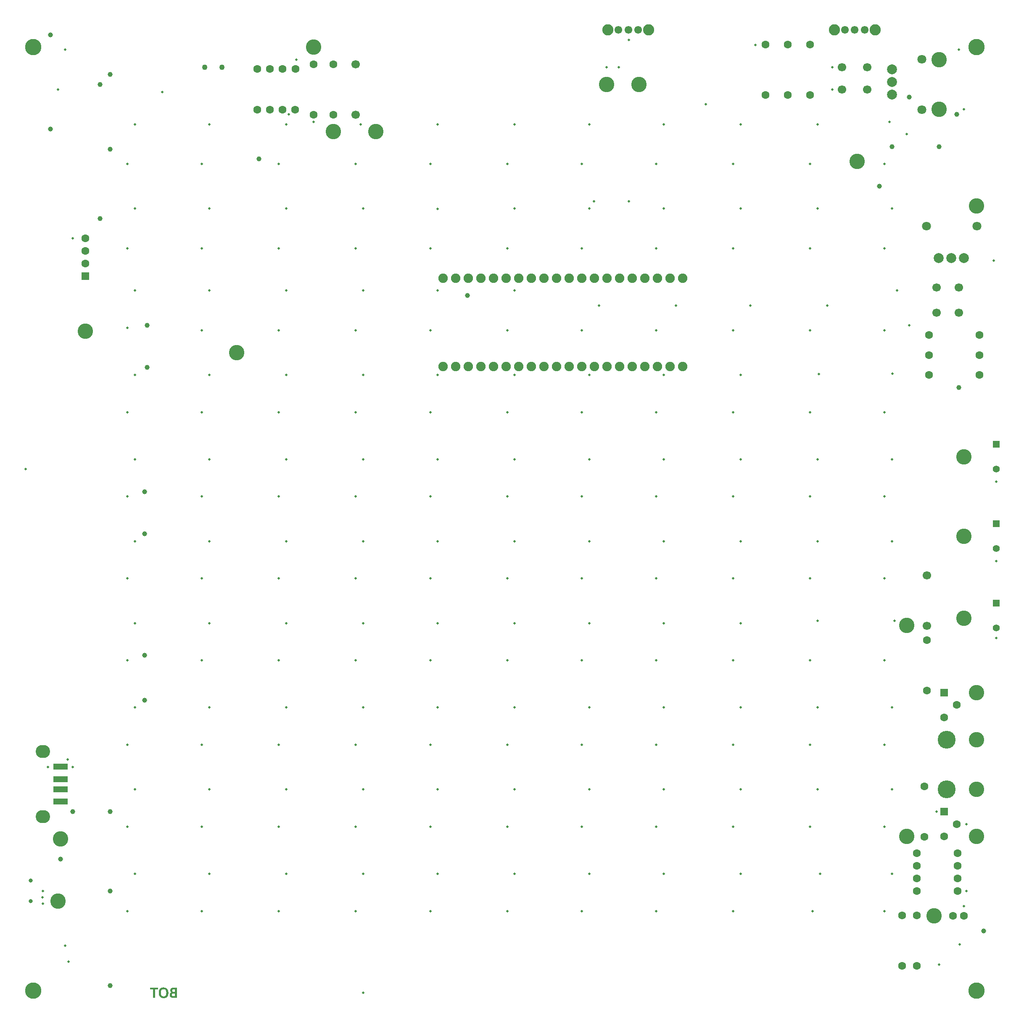
<source format=gbr>
%TF.GenerationSoftware,Altium Limited,Altium Designer,24.5.1 (21)*%
G04 Layer_Color=8388736*
%FSLAX45Y45*%
%MOMM*%
%TF.SameCoordinates,D7596F51-2DA0-4622-90E6-AC5F46AEA47A*%
%TF.FilePolarity,Negative*%
%TF.FileFunction,Soldermask,Bot*%
%TF.Part,Single*%
G01*
G75*
%TA.AperFunction,ComponentPad*%
%ADD21C,1.60000*%
%ADD22C,1.90000*%
%ADD23C,1.70000*%
%TA.AperFunction,ViaPad*%
%ADD24C,1.00000*%
%TA.AperFunction,ComponentPad*%
%ADD28C,1.80000*%
G04:AMPARAMS|DCode=45|XSize=2.6mm|YSize=2.9mm|CornerRadius=1.3mm|HoleSize=0mm|Usage=FLASHONLY|Rotation=270.000|XOffset=0mm|YOffset=0mm|HoleType=Round|Shape=RoundedRectangle|*
%AMROUNDEDRECTD45*
21,1,2.60000,0.30000,0,0,270.0*
21,1,0.00000,2.90000,0,0,270.0*
1,1,2.60000,-0.15000,0.00000*
1,1,2.60000,-0.15000,0.00000*
1,1,2.60000,0.15000,0.00000*
1,1,2.60000,0.15000,0.00000*
%
%ADD45ROUNDEDRECTD45*%
%ADD46C,2.00000*%
%TA.AperFunction,ViaPad*%
%ADD47C,1.10000*%
%TA.AperFunction,ComponentPad*%
%ADD48C,2.25000*%
%ADD49C,1.55000*%
%ADD50C,3.60000*%
%ADD51R,1.60000X1.60000*%
%ADD52R,1.60000X1.60000*%
%ADD53C,0.10000*%
%ADD54R,1.40000X1.40000*%
%ADD55C,1.40000*%
%ADD56C,0.80000*%
%TA.AperFunction,WasherPad*%
%ADD57C,3.30000*%
%TA.AperFunction,ViaPad*%
%ADD58C,0.50000*%
%TA.AperFunction,SMDPad,CuDef*%
%ADD59R,2.98000X1.22000*%
%TA.AperFunction,TestPad*%
%ADD60C,3.10000*%
%TA.AperFunction,SMDPad,CuDef*%
%ADD61C,3.10000*%
G36*
X3391336Y556281D02*
X3394002Y555281D01*
X3396001Y554281D01*
X3396334Y553615D01*
X3396668D01*
X3397667Y552282D01*
X3398667Y550949D01*
X3399667Y547616D01*
Y545950D01*
X3400000Y544617D01*
Y543950D01*
Y543617D01*
Y362997D01*
Y360664D01*
X3399334Y358331D01*
X3399000Y356665D01*
X3398334Y355332D01*
X3397334Y353666D01*
X3396668Y352999D01*
X3393668Y351333D01*
X3390669Y350333D01*
X3389669D01*
X3388670Y350000D01*
X3328018D01*
X3324020Y350333D01*
X3320354D01*
X3317021Y350667D01*
X3314022Y351000D01*
X3312023D01*
X3310690Y351333D01*
X3310356D01*
X3303025Y352666D01*
X3299692Y353666D01*
X3296693Y354332D01*
X3294360Y354999D01*
X3292694Y355665D01*
X3291361Y355999D01*
X3291028D01*
X3284696Y358665D01*
X3282030Y359998D01*
X3279364Y361330D01*
X3277365Y362663D01*
X3276032Y363663D01*
X3275032Y363996D01*
X3274699Y364330D01*
X3269700Y368329D01*
X3267367Y370328D01*
X3265701Y371994D01*
X3264035Y373661D01*
X3263035Y374994D01*
X3262369Y375660D01*
X3262035Y375993D01*
X3258370Y381325D01*
X3255704Y386657D01*
X3255037Y388657D01*
X3254371Y390323D01*
X3253704Y391656D01*
Y391989D01*
X3251705Y398988D01*
X3251038Y402320D01*
X3250705Y405319D01*
X3250372Y407985D01*
Y409985D01*
Y411651D01*
Y411984D01*
Y415650D01*
X3251038Y419316D01*
X3251371Y422315D01*
X3252038Y425314D01*
X3252704Y427314D01*
X3253038Y429313D01*
X3253704Y430313D01*
Y430646D01*
X3256370Y436645D01*
X3258036Y439311D01*
X3259369Y441310D01*
X3260702Y443310D01*
X3261702Y444642D01*
X3262369Y445309D01*
X3262702Y445642D01*
X3267034Y449974D01*
X3271033Y453307D01*
X3272699Y454307D01*
X3274032Y455306D01*
X3275032Y455640D01*
X3275365Y455973D01*
X3281031Y458639D01*
X3283697Y459639D01*
X3286362Y460305D01*
X3288362Y460972D01*
X3290028Y461305D01*
X3291361Y461638D01*
X3291694D01*
X3286696Y463638D01*
X3283030Y465637D01*
X3281364Y466637D01*
X3280364Y467303D01*
X3279698Y467970D01*
X3279364D01*
X3275699Y471302D01*
X3272699Y474302D01*
X3271700Y475635D01*
X3271033Y476634D01*
X3270367Y477301D01*
Y477634D01*
X3268034Y481966D01*
X3266034Y485965D01*
X3265368Y487631D01*
X3265035Y488964D01*
X3264701Y489631D01*
Y489964D01*
X3263368Y494963D01*
X3263035Y499628D01*
X3262702Y501628D01*
Y502961D01*
Y503961D01*
Y504294D01*
X3263035Y508959D01*
X3263368Y513625D01*
X3264368Y517291D01*
X3265035Y520956D01*
X3266034Y523622D01*
X3267034Y525622D01*
X3267367Y526955D01*
X3267701Y527288D01*
X3269700Y530954D01*
X3271700Y533953D01*
X3274032Y536952D01*
X3276365Y539285D01*
X3278365Y540951D01*
X3280031Y542617D01*
X3281031Y543284D01*
X3281364Y543617D01*
X3285029Y545950D01*
X3288695Y547949D01*
X3292361Y549616D01*
X3296027Y551282D01*
X3299026Y552282D01*
X3301359Y552948D01*
X3303025Y553615D01*
X3303691D01*
X3308690Y554614D01*
X3314022Y555614D01*
X3319354Y556281D01*
X3324686Y556614D01*
X3329018Y556947D01*
X3387670D01*
X3391336Y556281D01*
D02*
G37*
G36*
X3011433Y556614D02*
X3011766Y556281D01*
X3012099Y555947D01*
X3012766Y554948D01*
X3013432Y553948D01*
X3013766Y553281D01*
X3014099Y552948D01*
X3014432Y551282D01*
X3014765Y549616D01*
X3015099Y548283D01*
Y547616D01*
X3015432Y544950D01*
Y542284D01*
Y540285D01*
Y539951D01*
Y539618D01*
Y536286D01*
X3015099Y533953D01*
Y532287D01*
Y531620D01*
X3014765Y529287D01*
X3014432Y527621D01*
X3014099Y526622D01*
Y526288D01*
X3013432Y524955D01*
X3012766Y523956D01*
X3012099Y523622D01*
Y523289D01*
X3010433Y522623D01*
X2957447D01*
Y355665D01*
X2957113Y354666D01*
X2956780Y353666D01*
X2956447Y352999D01*
Y352666D01*
X2955447Y351666D01*
X2954447Y351333D01*
X2953448Y350667D01*
X2953114D01*
X2951115Y350333D01*
X2949116Y350000D01*
X2947449Y349667D01*
X2946783D01*
X2943450Y349334D01*
X2940118Y349000D01*
X2932453D01*
X2929121Y349334D01*
X2927121Y349667D01*
X2926455D01*
X2923455Y350000D01*
X2921456Y350333D01*
X2920123Y350667D01*
X2919790D01*
X2918123Y351333D01*
X2917124Y352000D01*
X2916790Y352333D01*
X2916457Y352666D01*
X2915791Y353666D01*
X2915124Y354666D01*
Y355332D01*
Y355665D01*
Y522623D01*
X2863471D01*
X2861805Y522956D01*
X2861138Y523289D01*
X2860138Y524289D01*
X2859472Y525289D01*
X2859139Y525955D01*
Y526288D01*
X2858472Y527954D01*
X2858139Y529621D01*
X2857806Y530954D01*
Y531620D01*
X2857472Y534286D01*
X2857139Y536952D01*
Y538952D01*
Y539285D01*
Y539618D01*
Y542951D01*
X2857472Y545283D01*
X2857806Y546950D01*
Y547616D01*
X2858139Y549949D01*
X2858472Y551615D01*
X2858805Y552615D01*
X2859139Y552948D01*
X2859805Y554281D01*
X2860472Y555281D01*
X2860805Y555614D01*
X2861138Y555947D01*
X2861805Y556614D01*
X2862804Y556947D01*
X3010433D01*
X3011433Y556614D01*
D02*
G37*
G36*
X3135401Y560280D02*
X3143399Y559280D01*
X3151064Y558280D01*
X3157396Y556947D01*
X3162394Y555281D01*
X3164727Y554614D01*
X3166393Y554281D01*
X3167726Y553615D01*
X3168726Y553281D01*
X3169392Y552948D01*
X3169726D01*
X3176391Y549949D01*
X3182389Y546283D01*
X3187721Y542617D01*
X3192387Y539285D01*
X3196052Y536286D01*
X3198718Y533620D01*
X3200385Y531953D01*
X3201051Y531287D01*
X3205383Y525955D01*
X3209382Y519957D01*
X3212715Y514291D01*
X3215381Y508959D01*
X3217380Y504294D01*
X3218713Y500628D01*
X3219380Y499295D01*
X3219713Y498295D01*
X3220046Y497629D01*
Y497296D01*
X3222046Y489631D01*
X3223712Y481633D01*
X3224712Y474302D01*
X3225711Y467303D01*
X3226045Y460972D01*
Y458306D01*
X3226378Y456306D01*
Y454307D01*
Y452974D01*
Y452307D01*
Y451974D01*
X3226045Y441977D01*
X3225378Y432979D01*
X3224378Y424981D01*
X3223379Y417983D01*
X3222712Y414983D01*
X3222379Y412317D01*
X3221712Y409985D01*
X3221379Y408318D01*
X3221046Y406652D01*
X3220713Y405652D01*
X3220379Y404986D01*
Y404653D01*
X3217713Y397655D01*
X3215047Y390990D01*
X3212048Y385324D01*
X3209049Y380659D01*
X3206383Y376993D01*
X3204383Y373994D01*
X3203050Y372328D01*
X3202384Y371661D01*
X3197719Y366996D01*
X3192720Y363330D01*
X3187721Y359998D01*
X3182722Y356998D01*
X3178723Y354999D01*
X3175391Y353666D01*
X3174058Y352999D01*
X3173058Y352666D01*
X3172725Y352333D01*
X3172392D01*
X3165393Y350333D01*
X3158062Y349000D01*
X3151064Y347667D01*
X3144732Y347001D01*
X3139067Y346668D01*
X3136401D01*
X3134401Y346334D01*
X3130402D01*
X3121405Y346668D01*
X3113407Y347334D01*
X3106075Y348667D01*
X3099744Y350000D01*
X3094745Y351333D01*
X3092412Y352000D01*
X3090746Y352666D01*
X3089413Y352999D01*
X3088413Y353333D01*
X3087747Y353666D01*
X3087413D01*
X3080748Y356665D01*
X3074750Y359998D01*
X3069418Y363663D01*
X3064753Y366996D01*
X3061087Y370328D01*
X3058421Y372661D01*
X3056755Y374327D01*
X3056088Y374994D01*
X3051756Y380659D01*
X3047757Y386324D01*
X3044424Y392323D01*
X3041758Y397655D01*
X3039759Y402320D01*
X3038426Y406319D01*
X3037759Y407652D01*
X3037426Y408652D01*
X3037093Y409318D01*
Y409651D01*
X3034760Y417316D01*
X3033094Y425314D01*
X3032094Y433312D01*
X3031095Y440310D01*
X3030761Y446309D01*
Y448975D01*
X3030428Y451307D01*
Y453307D01*
Y454640D01*
Y455306D01*
Y455640D01*
X3030761Y465304D01*
X3031428Y474302D01*
X3032428Y482300D01*
X3033427Y488964D01*
X3034094Y491964D01*
X3034760Y494630D01*
X3035427Y496962D01*
X3035760Y498962D01*
X3036093Y500295D01*
X3036426Y501295D01*
X3036760Y501961D01*
Y502294D01*
X3039092Y509293D01*
X3042092Y515624D01*
X3045091Y521290D01*
X3048090Y525955D01*
X3050756Y529954D01*
X3053089Y532620D01*
X3054422Y534286D01*
X3055088Y534953D01*
X3059754Y539618D01*
X3064753Y543617D01*
X3069751Y546950D01*
X3074417Y549616D01*
X3078749Y551615D01*
X3082081Y552948D01*
X3083414Y553615D01*
X3084414Y553948D01*
X3084747Y554281D01*
X3085081D01*
X3092079Y556281D01*
X3099077Y557947D01*
X3106075Y558947D01*
X3112407Y559946D01*
X3118072Y560280D01*
X3120405D01*
X3122404Y560613D01*
X3126403D01*
X3135401Y560280D01*
D02*
G37*
%LPC*%
G36*
X3358677Y525289D02*
X3334350D01*
X3331351Y524955D01*
X3328685Y524622D01*
X3326352Y524289D01*
X3324686Y523956D01*
X3323353Y523622D01*
X3322687Y523289D01*
X3322353D01*
X3318354Y521956D01*
X3315355Y520290D01*
X3313356Y518957D01*
X3312689Y518290D01*
X3310023Y515624D01*
X3308024Y512958D01*
X3307024Y510959D01*
X3306691Y510292D01*
Y509959D01*
X3305358Y506293D01*
X3305024Y502628D01*
X3304691Y501295D01*
Y499962D01*
Y499295D01*
Y498962D01*
X3305024Y494963D01*
X3305691Y491630D01*
X3306024Y490297D01*
X3306357Y489298D01*
X3306691Y488631D01*
Y488298D01*
X3308357Y484632D01*
X3310023Y481966D01*
X3311356Y479967D01*
X3311689Y479634D01*
X3312023Y479300D01*
X3315022Y476968D01*
X3318021Y474968D01*
X3319021Y474635D01*
X3320021Y473968D01*
X3320687Y473635D01*
X3321020D01*
X3323020Y472969D01*
X3325353Y472635D01*
X3330018Y471969D01*
X3332351Y471636D01*
X3358677D01*
Y525289D01*
D02*
G37*
G36*
Y440977D02*
X3330018D01*
X3326352Y440644D01*
X3323353Y440310D01*
X3320687Y439977D01*
X3318354Y439311D01*
X3317021Y438977D01*
X3316022Y438644D01*
X3315688D01*
X3310690Y436978D01*
X3308690Y435978D01*
X3307024Y434978D01*
X3305691Y433979D01*
X3304358Y433312D01*
X3304025Y432979D01*
X3303691Y432646D01*
X3300692Y429646D01*
X3298359Y426647D01*
X3297693Y425314D01*
X3297026Y424314D01*
X3296693Y423648D01*
Y423315D01*
X3295027Y418982D01*
X3294360Y414650D01*
X3294027Y412984D01*
Y411651D01*
Y410651D01*
Y410318D01*
X3294360Y405319D01*
X3295360Y401654D01*
X3295693Y399987D01*
X3296360Y398988D01*
X3296693Y398321D01*
Y397988D01*
X3298693Y394322D01*
X3301025Y391656D01*
X3303025Y389657D01*
X3303358Y389323D01*
X3303691Y388990D01*
X3307024Y386657D01*
X3310356Y384991D01*
X3312023Y384325D01*
X3313022Y383991D01*
X3313689Y383658D01*
X3314022D01*
X3318688Y382658D01*
X3323353Y382325D01*
X3325686Y381992D01*
X3358677D01*
Y440977D01*
D02*
G37*
G36*
X3130736Y525955D02*
X3128070D01*
X3122404Y525622D01*
X3117739Y525289D01*
X3113074Y524289D01*
X3109408Y523289D01*
X3106409Y522289D01*
X3104409Y521623D01*
X3102743Y520956D01*
X3102410Y520623D01*
X3098744Y518624D01*
X3095411Y515958D01*
X3092745Y513625D01*
X3090413Y511292D01*
X3088413Y508959D01*
X3087080Y507293D01*
X3086414Y505960D01*
X3086080Y505627D01*
X3083748Y501961D01*
X3082081Y498295D01*
X3080415Y494296D01*
X3079082Y490964D01*
X3078416Y487631D01*
X3077749Y485299D01*
X3077083Y483633D01*
Y482966D01*
X3075417Y472635D01*
X3075083Y467637D01*
X3074750Y463304D01*
X3074417Y459305D01*
Y455973D01*
Y453973D01*
Y453640D01*
Y453307D01*
Y447975D01*
X3074750Y442643D01*
X3075083Y437978D01*
X3075750Y433979D01*
X3076083Y430313D01*
X3076749Y427647D01*
X3077083Y425981D01*
Y425314D01*
X3078082Y420649D01*
X3079749Y416316D01*
X3081082Y412317D01*
X3082748Y408985D01*
X3084081Y406319D01*
X3085414Y403986D01*
X3086080Y402653D01*
X3086414Y402320D01*
X3089080Y398654D01*
X3091746Y395655D01*
X3094412Y392989D01*
X3097078Y390656D01*
X3099410Y388990D01*
X3101410Y387657D01*
X3102743Y386991D01*
X3103076Y386657D01*
X3107075Y384658D01*
X3111407Y383325D01*
X3115740Y382325D01*
X3120072Y381659D01*
X3123404Y381325D01*
X3126403Y380992D01*
X3129069D01*
X3134735Y381325D01*
X3139733Y381659D01*
X3144066Y382658D01*
X3148065Y383658D01*
X3151064Y384325D01*
X3153063Y385324D01*
X3154730Y385658D01*
X3155063Y385991D01*
X3158729Y387990D01*
X3161728Y390323D01*
X3164727Y392656D01*
X3167060Y394989D01*
X3168726Y396988D01*
X3170392Y398654D01*
X3171059Y399987D01*
X3171392Y400321D01*
X3173391Y403986D01*
X3175391Y407985D01*
X3176724Y411984D01*
X3178057Y415317D01*
X3178723Y418649D01*
X3179390Y420982D01*
X3180056Y422648D01*
Y423315D01*
X3181389Y433979D01*
X3181723Y438977D01*
X3182056Y443643D01*
X3182389Y447975D01*
Y450974D01*
Y452307D01*
Y453307D01*
Y453640D01*
Y453973D01*
Y459305D01*
X3182056Y464637D01*
X3181723Y469303D01*
X3181056Y473302D01*
X3180723Y476634D01*
X3180390Y479300D01*
X3180056Y480967D01*
Y481633D01*
X3179057Y486298D01*
X3177390Y490631D01*
X3176057Y494630D01*
X3174391Y497962D01*
X3173058Y500628D01*
X3172058Y502628D01*
X3171392Y503961D01*
X3171059Y504294D01*
X3168393Y507626D01*
X3165727Y510959D01*
X3162727Y513625D01*
X3160061Y515624D01*
X3157729Y517624D01*
X3155729Y518957D01*
X3154396Y519623D01*
X3154063Y519957D01*
X3150064Y521956D01*
X3145732Y523289D01*
X3141400Y524622D01*
X3137067Y525289D01*
X3133402Y525622D01*
X3130736Y525955D01*
D02*
G37*
%LPD*%
D21*
X18449992Y3592000D02*
D03*
X18450008Y4608000D02*
D03*
X18542000Y12900008D02*
D03*
X19558000Y12899992D02*
D03*
X19025726Y2003956D02*
D03*
X19250726D02*
D03*
X6549992Y18142000D02*
D03*
X6550008Y19158000D02*
D03*
X18300000Y3262000D02*
D03*
Y2754000D02*
D03*
Y2500000D02*
D03*
Y3008000D02*
D03*
X19120000Y2499000D02*
D03*
Y3262000D02*
D03*
Y2754000D02*
D03*
Y3008000D02*
D03*
X16150008Y19558000D02*
D03*
X16149992Y18542000D02*
D03*
X15699992D02*
D03*
X15700008Y19558000D02*
D03*
X15249992Y18542000D02*
D03*
X15250008Y19558000D02*
D03*
X19100000Y6250000D02*
D03*
X18850000Y6000000D02*
D03*
X17999992Y992000D02*
D03*
X18000008Y2008000D02*
D03*
X18299992Y992000D02*
D03*
X18300008Y2008000D02*
D03*
X18499992Y6542000D02*
D03*
X18500008Y7558000D02*
D03*
X19100000Y3850000D02*
D03*
X18850000Y3600000D02*
D03*
X1550000Y15146001D02*
D03*
Y15400000D02*
D03*
Y15653999D02*
D03*
X18541998Y13300008D02*
D03*
X19558000Y13299992D02*
D03*
X19557999Y13699992D02*
D03*
X18542000Y13700008D02*
D03*
X6150008Y19158000D02*
D03*
X6149992Y18142000D02*
D03*
X5273000Y19060001D02*
D03*
X5527000D02*
D03*
X5019000Y19060001D02*
D03*
X5782000D02*
D03*
X5273000Y18239999D02*
D03*
X5781000Y18239999D02*
D03*
X5527000Y18239999D02*
D03*
X5019000Y18239999D02*
D03*
D22*
X13077229Y14849657D02*
D03*
X12823230Y14849657D02*
D03*
X12569230Y14849657D02*
D03*
X12315230Y14849657D02*
D03*
X13077998Y13073001D02*
D03*
X12823999Y13073001D02*
D03*
X12570000Y13073001D02*
D03*
X12316000D02*
D03*
X12062000D02*
D03*
X11807999D02*
D03*
X11553999D02*
D03*
X8760000Y14850000D02*
D03*
X9014000D02*
D03*
X9268000D02*
D03*
X9521999D02*
D03*
X9776000Y14850000D02*
D03*
X10030000Y14850000D02*
D03*
X10284000D02*
D03*
X10791999Y14850000D02*
D03*
X8760001Y13073001D02*
D03*
X9013999D02*
D03*
X9267999D02*
D03*
X9776000D02*
D03*
X10284000D02*
D03*
X10538000D02*
D03*
X10791999D02*
D03*
X11046000D02*
D03*
X11299999D02*
D03*
X11554000Y14850000D02*
D03*
X11046000Y14850000D02*
D03*
X11300000Y14850000D02*
D03*
X11807230Y14849657D02*
D03*
X12061230Y14849657D02*
D03*
X10538000Y14850000D02*
D03*
X13585999Y13073001D02*
D03*
X13585229Y14849657D02*
D03*
X13331230D02*
D03*
X9521999Y13073001D02*
D03*
X13332001D02*
D03*
X10030000D02*
D03*
D23*
X19150000Y14150000D02*
D03*
Y14658000D02*
D03*
X18699998Y14150000D02*
D03*
Y14658000D02*
D03*
X7000000Y19158000D02*
D03*
Y18142000D02*
D03*
X18500000Y7842000D02*
D03*
Y8858000D02*
D03*
X17300000Y19100000D02*
D03*
X16792000D02*
D03*
X17300000Y18650000D02*
D03*
X16792000D02*
D03*
D24*
X19650000Y1700000D02*
D03*
X19150000Y12650000D02*
D03*
X9250000Y14500000D02*
D03*
X2750000Y6350000D02*
D03*
Y9700000D02*
D03*
X1050000Y3150000D02*
D03*
X850000Y17850000D02*
D03*
Y19750000D02*
D03*
X5050000Y17250000D02*
D03*
X2800000Y13050000D02*
D03*
Y13900000D02*
D03*
X2750000Y10550000D02*
D03*
Y7250000D02*
D03*
X2050000Y2500000D02*
D03*
Y600000D02*
D03*
X19100000Y18150000D02*
D03*
X1300000Y4100000D02*
D03*
X2050000D02*
D03*
X1850000Y18750000D02*
D03*
Y16050000D02*
D03*
X2050000Y18950000D02*
D03*
Y17450000D02*
D03*
X18150000Y18500000D02*
D03*
X18750000Y17500000D02*
D03*
X17800000D02*
D03*
X17550000Y16700000D02*
D03*
D28*
X18492000Y15900000D02*
D03*
X19508000D02*
D03*
X18400000Y19258000D02*
D03*
Y18242000D02*
D03*
D45*
X694500Y5312000D02*
D03*
Y3998000D02*
D03*
D46*
X18742000Y15249998D02*
D03*
X18996001Y15250000D02*
D03*
X19250000D02*
D03*
X17800000Y18800000D02*
D03*
Y19053999D02*
D03*
Y18546001D02*
D03*
D47*
X4299999Y19100000D02*
D03*
X3960999D02*
D03*
D48*
X12899998Y19850000D02*
D03*
X12079999D02*
D03*
X17460001D02*
D03*
X16639999D02*
D03*
D49*
X12289999D02*
D03*
X12489999D02*
D03*
X12689999D02*
D03*
X16850000D02*
D03*
X17050000D02*
D03*
X17250000D02*
D03*
D50*
X18900000Y5550000D02*
D03*
Y4550000D02*
D03*
D51*
X18850000Y6500000D02*
D03*
Y4100000D02*
D03*
D52*
X1550000Y14892000D02*
D03*
D53*
X19650000Y9300000D02*
D03*
X19650000Y10000000D02*
D03*
Y7700000D02*
D03*
Y8400000D02*
D03*
Y10900000D02*
D03*
Y11600000D02*
D03*
D54*
X19900000Y9900000D02*
D03*
Y8300000D02*
D03*
Y11500000D02*
D03*
D55*
Y9400000D02*
D03*
Y7800000D02*
D03*
Y11000000D02*
D03*
D56*
X450000Y2715000D02*
D03*
Y2300000D02*
D03*
D57*
X500000Y500000D02*
D03*
X19500000Y19500000D02*
D03*
X500000D02*
D03*
X19500000Y500000D02*
D03*
D58*
X692551Y2377500D02*
D03*
X700000Y2500000D02*
D03*
Y2250000D02*
D03*
X19300000Y2500000D02*
D03*
Y3850000D02*
D03*
X18700000Y4100000D02*
D03*
X17650000Y10450000D02*
D03*
X16150000D02*
D03*
X14600000D02*
D03*
X13050000D02*
D03*
X11550000D02*
D03*
X10050000D02*
D03*
X8500000D02*
D03*
X7000000D02*
D03*
X5450000D02*
D03*
X3900000D02*
D03*
X2400000D02*
D03*
X19850000Y15200000D02*
D03*
X350000Y11000000D02*
D03*
X14050000Y18350000D02*
D03*
X3100000Y18600000D02*
D03*
X7150000Y450000D02*
D03*
X19150000Y19450000D02*
D03*
X19250000Y18250000D02*
D03*
X18100000Y17750000D02*
D03*
X17650000Y17150000D02*
D03*
X16150000D02*
D03*
X14600000D02*
D03*
X13050000D02*
D03*
X11550000D02*
D03*
X10050000D02*
D03*
X8500000D02*
D03*
X7000000D02*
D03*
X2400000Y15450000D02*
D03*
X3900000D02*
D03*
X5450000D02*
D03*
X7000000D02*
D03*
X8500000D02*
D03*
X10050000D02*
D03*
X11550000D02*
D03*
X13050000D02*
D03*
X14600000D02*
D03*
X16150000D02*
D03*
X17650000D02*
D03*
X18150000Y13900000D02*
D03*
X17650000Y13800000D02*
D03*
X16150000D02*
D03*
X14600000D02*
D03*
X13050000D02*
D03*
X11550000D02*
D03*
X10050000D02*
D03*
X8500000D02*
D03*
X7000000D02*
D03*
X5450000D02*
D03*
X3900000D02*
D03*
X2400000Y13850000D02*
D03*
Y12150000D02*
D03*
X3900000D02*
D03*
X5450000D02*
D03*
X7000000D02*
D03*
X8500000D02*
D03*
X10050000D02*
D03*
X11550000D02*
D03*
X13050000D02*
D03*
X14600000D02*
D03*
X16150000D02*
D03*
X17650000D02*
D03*
Y8800000D02*
D03*
X16150000D02*
D03*
X14600000D02*
D03*
X13050000D02*
D03*
X11550000D02*
D03*
X10050000D02*
D03*
X8500000D02*
D03*
X7000000D02*
D03*
X5450000D02*
D03*
X3900000D02*
D03*
X2400000D02*
D03*
Y7150000D02*
D03*
X3900000D02*
D03*
X5450000D02*
D03*
X7000000D02*
D03*
X8500000D02*
D03*
X10050000D02*
D03*
X11550000D02*
D03*
X13050000D02*
D03*
X14600000D02*
D03*
X16150000D02*
D03*
X17650000D02*
D03*
Y5450000D02*
D03*
X16150000D02*
D03*
X14600000D02*
D03*
X13050000D02*
D03*
X11550000D02*
D03*
X10050000D02*
D03*
X8500000D02*
D03*
X7000000D02*
D03*
X5450000D02*
D03*
X3900000D02*
D03*
X2400000D02*
D03*
Y3800000D02*
D03*
X3900000D02*
D03*
X5450000D02*
D03*
X7000000D02*
D03*
X8500000D02*
D03*
X10050000D02*
D03*
X11550000D02*
D03*
X13050000D02*
D03*
X14600000D02*
D03*
X16150000D02*
D03*
X17650713Y3801839D02*
D03*
X18750000Y1023575D02*
D03*
X17650000Y2100000D02*
D03*
X16200000D02*
D03*
X14600000D02*
D03*
X13050000D02*
D03*
X11550000D02*
D03*
X10050000D02*
D03*
X8500000D02*
D03*
X7000000D02*
D03*
X5450000D02*
D03*
X3900000D02*
D03*
X2400000D02*
D03*
X1212227Y1077746D02*
D03*
X1150000Y1400000D02*
D03*
X1200000Y5150000D02*
D03*
X1300000Y5000000D02*
D03*
X800000D02*
D03*
X19162451Y1430729D02*
D03*
X19250000Y2200000D02*
D03*
X17800000Y2850000D02*
D03*
X16350000D02*
D03*
X14750000D02*
D03*
X13200000D02*
D03*
X11700000D02*
D03*
X10200000D02*
D03*
X8650000D02*
D03*
X7150000D02*
D03*
X5600000D02*
D03*
X4050000D02*
D03*
X2550000D02*
D03*
Y4550000D02*
D03*
X4050000D02*
D03*
X5600000D02*
D03*
X7150000D02*
D03*
X8650000D02*
D03*
X10200000D02*
D03*
X11700000D02*
D03*
X13200000D02*
D03*
X14750000D02*
D03*
X16300000D02*
D03*
X17800000D02*
D03*
Y6200000D02*
D03*
X16300000D02*
D03*
X14750000D02*
D03*
X13200000D02*
D03*
X11700000D02*
D03*
X10200000D02*
D03*
X8650000D02*
D03*
X7150000D02*
D03*
X5600000D02*
D03*
X4050000D02*
D03*
X2550000D02*
D03*
X17850000Y7950000D02*
D03*
X16300000D02*
D03*
X14750000Y7900000D02*
D03*
X13200000D02*
D03*
X11700000D02*
D03*
X10200000D02*
D03*
X8650000D02*
D03*
X7150000D02*
D03*
X5600000D02*
D03*
X4050000D02*
D03*
X2550000D02*
D03*
Y9550000D02*
D03*
X4050000D02*
D03*
X5600000D02*
D03*
X7150000D02*
D03*
X8650000D02*
D03*
X10200000D02*
D03*
X11700000D02*
D03*
X13200000D02*
D03*
X14750000D02*
D03*
X16300000D02*
D03*
X17800000D02*
D03*
Y11200000D02*
D03*
X16300000D02*
D03*
X14750000D02*
D03*
X13200000D02*
D03*
X11700000D02*
D03*
X10200000D02*
D03*
X8650000D02*
D03*
X7150000D02*
D03*
X5600000D02*
D03*
X4050000D02*
D03*
X2550000D02*
D03*
Y12900000D02*
D03*
X4050000D02*
D03*
X5600000D02*
D03*
X7150000D02*
D03*
X8650000D02*
D03*
X10200000D02*
D03*
X11700000D02*
D03*
X13200000D02*
D03*
X14750000D02*
D03*
X16322887Y12917149D02*
D03*
X17809680Y12922888D02*
D03*
X17900000Y14600000D02*
D03*
X16500000Y14300000D02*
D03*
X14950000D02*
D03*
X11900000D02*
D03*
X10200000Y14600000D02*
D03*
X8650000D02*
D03*
X7150000D02*
D03*
X5600000D02*
D03*
X4050000D02*
D03*
X2550000D02*
D03*
Y16250000D02*
D03*
X4050000D02*
D03*
X5600000D02*
D03*
X7150000D02*
D03*
X8650672Y16246658D02*
D03*
X10200000Y16250000D02*
D03*
X11700000D02*
D03*
X11800000Y16400000D02*
D03*
X12500000D02*
D03*
X13200000Y16250000D02*
D03*
X14750000D02*
D03*
X16300000D02*
D03*
X17800000D02*
D03*
X17750000Y18000000D02*
D03*
X16300000Y17950000D02*
D03*
X14750000D02*
D03*
X13200000D02*
D03*
X11700000D02*
D03*
X10200000D02*
D03*
X8650000D02*
D03*
X7100000D02*
D03*
X5600000D02*
D03*
X4050000D02*
D03*
X2550000D02*
D03*
X5450000Y17150000D02*
D03*
X3900000D02*
D03*
X2400000D02*
D03*
X1000000Y18650000D02*
D03*
X1150000Y19450000D02*
D03*
X12300000Y19100000D02*
D03*
X13450000Y14300000D02*
D03*
X19900000Y7600000D02*
D03*
Y9150000D02*
D03*
Y10750000D02*
D03*
X12050000Y19100000D02*
D03*
X16600000Y18650000D02*
D03*
X15050000Y19550000D02*
D03*
X16600000Y19100000D02*
D03*
X12500000Y19650000D02*
D03*
X1300000Y15650000D02*
D03*
X5800000Y19250000D02*
D03*
X5650000Y18150000D02*
D03*
X6150000Y18000000D02*
D03*
D59*
X1052500Y4755000D02*
D03*
Y4555000D02*
D03*
X1052500Y5005000D02*
D03*
X1052500Y4305000D02*
D03*
D60*
X18100000Y3600000D02*
D03*
X19500000D02*
D03*
X19500000Y16300000D02*
D03*
X1000000Y2300000D02*
D03*
X17100000Y17200000D02*
D03*
X19250000Y8000000D02*
D03*
Y9650000D02*
D03*
X4600000Y13350000D02*
D03*
X19250000Y11250000D02*
D03*
X12050000Y18750000D02*
D03*
X1550000Y13776826D02*
D03*
X12700000Y18750000D02*
D03*
X6150000Y19500000D02*
D03*
X7400000Y17800000D02*
D03*
X6550000D02*
D03*
X18100000Y7850000D02*
D03*
X18750000Y18250000D02*
D03*
Y19250000D02*
D03*
D61*
X18650000Y2000000D02*
D03*
X1050000Y3550000D02*
D03*
X19500000Y6500000D02*
D03*
Y4550000D02*
D03*
Y5550000D02*
D03*
%TF.MD5,831af16614941a0847f0bdbe05ff97f6*%
M02*

</source>
